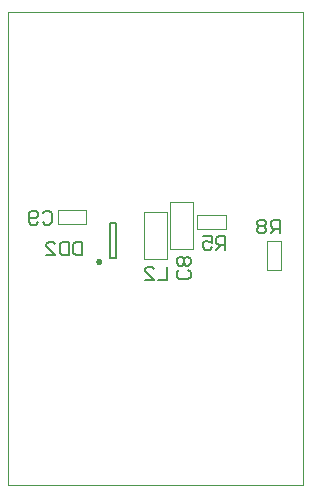
<source format=gbo>
%FSTAX43Y43*%
%MOMM*%
%SFA1B1*%

%IPPOS*%
%ADD24C,0.100000*%
%ADD37C,0.250000*%
%ADD40C,0.200000*%
%ADD42C,0.152000*%
%LNopengrab_ctrl-1*%
%LPD*%
G54D24*
X0104194Y0072062D02*
X0106644D01*
X0104194Y0073262D02*
X0106644D01*
X0104194Y0072062D02*
Y0073262D01*
X0106644Y0072062D02*
Y0073262D01*
X0111546Y0069124D02*
X0113496D01*
X0111546Y0073074D02*
X0113496D01*
X0111546Y0069124D02*
Y0073074D01*
X0113496Y0069124D02*
Y0073074D01*
X0113724Y0073924D02*
X0115674D01*
X0113724Y0069974D02*
X0115674D01*
Y0073924*
X0113724Y0069974D02*
Y0073924D01*
X0118455Y0071662D02*
Y0072862D01*
X0116005Y0071662D02*
Y0072862D01*
X0118455*
X0116005Y0071662D02*
X0118455D01*
X0121899Y0070599D02*
X0123099D01*
X0121899Y0068149D02*
X0123099D01*
X0121899D02*
Y0070599D01*
X0123099Y0068149D02*
Y0070599D01*
X0099999Y0089999D02*
X0124999D01*
Y0049999D02*
Y0089999D01*
X0099999Y0049999D02*
X0124999D01*
X0099999D02*
Y0089999D01*
G54D37*
X0107793Y0068885D02*
D01*
X0107793Y0068894*
X0107792Y0068903*
X0107791Y0068911*
X0107789Y006892*
X0107786Y0068928*
X0107783Y0068936*
X0107779Y0068944*
X0107774Y0068952*
X010777Y0068959*
X0107764Y0068966*
X0107758Y0068972*
X0107752Y0068978*
X0107745Y0068984*
X0107738Y0068989*
X0107731Y0068994*
X0107723Y0068998*
X0107715Y0069001*
X0107707Y0069004*
X0107699Y0069007*
X010769Y0069009*
X0107682Y006901*
X0107673Y006901*
X0107664*
X0107655Y006901*
X0107647Y0069009*
X0107638Y0069007*
X010763Y0069004*
X0107622Y0069001*
X0107614Y0068998*
X0107606Y0068994*
X0107599Y0068989*
X0107592Y0068984*
X0107585Y0068978*
X0107579Y0068972*
X0107573Y0068966*
X0107567Y0068959*
X0107562Y0068952*
X0107558Y0068944*
X0107554Y0068936*
X0107551Y0068928*
X0107548Y006892*
X0107546Y0068911*
X0107545Y0068903*
X0107544Y0068894*
X0107543Y0068885*
X0107544Y0068877*
X0107545Y0068868*
X0107546Y006886*
X0107548Y0068851*
X0107551Y0068843*
X0107554Y0068835*
X0107558Y0068827*
X0107562Y0068819*
X0107567Y0068812*
X0107573Y0068805*
X0107579Y0068799*
X0107585Y0068793*
X0107592Y0068787*
X0107599Y0068782*
X0107606Y0068777*
X0107614Y0068773*
X0107622Y006877*
X010763Y0068767*
X0107638Y0068764*
X0107647Y0068762*
X0107655Y0068761*
X0107664Y0068761*
X0107673*
X0107682Y0068761*
X010769Y0068762*
X0107699Y0068764*
X0107707Y0068767*
X0107715Y006877*
X0107723Y0068773*
X0107731Y0068777*
X0107738Y0068782*
X0107745Y0068787*
X0107752Y0068793*
X0107758Y0068799*
X0107764Y0068805*
X010777Y0068812*
X0107774Y0068819*
X0107779Y0068827*
X0107783Y0068835*
X0107786Y0068843*
X0107789Y0068851*
X0107791Y006886*
X0107792Y0068868*
X0107793Y0068877*
X0107793Y0068885*
G54D40*
X0109118Y0069185D02*
Y0072185D01*
X0108618Y0069185D02*
Y0072185D01*
X0109118*
X0108618Y0069185D02*
X0109118D01*
G54D42*
X0122986Y0071297D02*
Y0072439D01*
X0122414*
X0122224Y0072249*
Y0071868*
X0122414Y0071678*
X0122986*
X0122605D02*
X0122224Y0071297D01*
X0121843Y0072249D02*
X0121653Y0072439D01*
X0121272*
X0121081Y0072249*
Y0072059*
X0121272Y0071868*
X0121081Y0071678*
Y0071487*
X0121272Y0071297*
X0121653*
X0121843Y0071487*
Y0071678*
X0121653Y0071868*
X0121843Y0072059*
Y0072249*
X0121653Y0071868D02*
X0121272D01*
X0118399Y0069899D02*
Y0071042D01*
X0117828*
X0117637Y0070851*
Y007047*
X0117828Y007028*
X0118399*
X0118018D02*
X0117637Y0069899D01*
X0116495Y0071042D02*
X0117256D01*
Y007047*
X0116875Y0070661*
X0116685*
X0116495Y007047*
Y0070089*
X0116685Y0069899*
X0117066*
X0117256Y0070089*
X0113499Y0068442D02*
Y0067299D01*
X0112737*
X0111595D02*
X0112356D01*
X0111595Y0068061*
Y0068251*
X0111785Y0068442*
X0112166*
X0112356Y0068251*
X0106299Y0070542D02*
Y0069399D01*
X0105728*
X0105537Y0069589*
Y0070351*
X0105728Y0070542*
X0106299*
X0105156D02*
Y0069399D01*
X0104585*
X0104395Y0069589*
Y0070351*
X0104585Y0070542*
X0105156*
X0103252Y0069399D02*
X0104014D01*
X0103252Y0070161*
Y0070351*
X0103442Y0070542*
X0103823*
X0104014Y0070351*
X0102937Y0072951D02*
X0103128Y0073142D01*
X0103509*
X0103699Y0072951*
Y0072189*
X0103509Y0071999*
X0103128*
X0102937Y0072189*
X0102556D02*
X0102366Y0071999D01*
X0101985*
X0101795Y0072189*
Y0072951*
X0101985Y0073142*
X0102366*
X0102556Y0072951*
Y0072761*
X0102366Y007257*
X0101795*
X011527Y0068158D02*
X0115461Y0067967D01*
Y0067586*
X011527Y0067396*
X0114508*
X0114318Y0067586*
Y0067967*
X0114508Y0068158*
X011527Y0068539D02*
X0115461Y0068729D01*
Y006911*
X011527Y00693*
X011508*
X0114889Y006911*
X0114699Y00693*
X0114508*
X0114318Y006911*
Y0068729*
X0114508Y0068539*
X0114699*
X0114889Y0068729*
X011508Y0068539*
X011527*
X0114889Y0068729D02*
Y006911D01*
M02*
</source>
